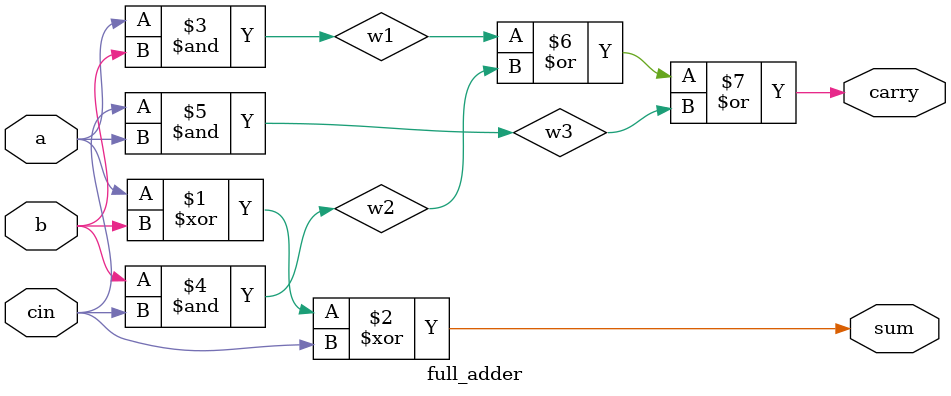
<source format=v>
module full_adder(a,b,cin,sum,carry);
input a,b,cin;
output sum,carry;
wire w1,w2,w3;
xor x1(sum,a,b,cin);
and x2(w1,a,b),x3(w2,b,cin),x4(w3,cin,a);
or x5(carry,w1,w2,w3);
endmodule

</source>
